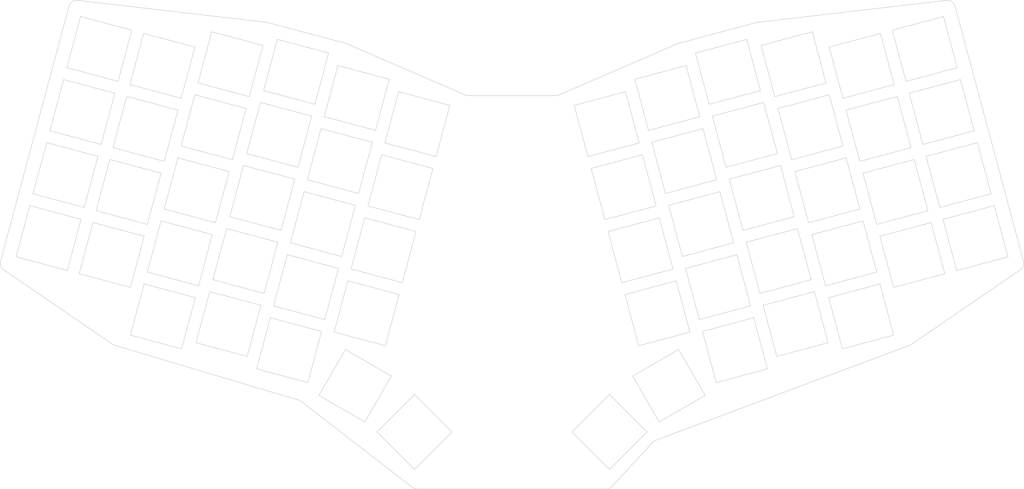
<source format=kicad_pcb>


(kicad_pcb (version 20171130) (host pcbnew 5.1.6)

  (page A3)
  (title_block
    (title "plate")
    (rev "v1.0.0")
    (company "Unknown")
  )

  (general
    (thickness 1.6)
  )

  (layers
    (0 F.Cu signal)
    (31 B.Cu signal)
    (32 B.Adhes user)
    (33 F.Adhes user)
    (34 B.Paste user)
    (35 F.Paste user)
    (36 B.SilkS user)
    (37 F.SilkS user)
    (38 B.Mask user)
    (39 F.Mask user)
    (40 Dwgs.User user)
    (41 Cmts.User user)
    (42 Eco1.User user)
    (43 Eco2.User user)
    (44 Edge.Cuts user)
    (45 Margin user)
    (46 B.CrtYd user)
    (47 F.CrtYd user)
    (48 B.Fab user)
    (49 F.Fab user)
  )

  (setup
    (last_trace_width 0.25)
    (trace_clearance 0.2)
    (zone_clearance 0.508)
    (zone_45_only no)
    (trace_min 0.2)
    (via_size 0.8)
    (via_drill 0.4)
    (via_min_size 0.4)
    (via_min_drill 0.3)
    (uvia_size 0.3)
    (uvia_drill 0.1)
    (uvias_allowed no)
    (uvia_min_size 0.2)
    (uvia_min_drill 0.1)
    (edge_width 0.05)
    (segment_width 0.2)
    (pcb_text_width 0.3)
    (pcb_text_size 1.5 1.5)
    (mod_edge_width 0.12)
    (mod_text_size 1 1)
    (mod_text_width 0.15)
    (pad_size 1.524 1.524)
    (pad_drill 0.762)
    (pad_to_mask_clearance 0.05)
    (aux_axis_origin 0 0)
    (visible_elements FFFFFF7F)
    (pcbplotparams
      (layerselection 0x010fc_ffffffff)
      (usegerberextensions false)
      (usegerberattributes true)
      (usegerberadvancedattributes true)
      (creategerberjobfile true)
      (excludeedgelayer true)
      (linewidth 0.100000)
      (plotframeref false)
      (viasonmask false)
      (mode 1)
      (useauxorigin false)
      (hpglpennumber 1)
      (hpglpenspeed 20)
      (hpglpendiameter 15.000000)
      (psnegative false)
      (psa4output false)
      (plotreference true)
      (plotvalue true)
      (plotinvisibletext false)
      (padsonsilk false)
      (subtractmaskfromsilk false)
      (outputformat 1)
      (mirror false)
      (drillshape 1)
      (scaleselection 1)
      (outputdirectory ""))
  )

  (net 0 "")

  (net_class Default "This is the default net class."
    (clearance 0.2)
    (trace_width 0.25)
    (via_dia 0.8)
    (via_drill 0.4)
    (uvia_dia 0.3)
    (uvia_drill 0.1)
    (add_net "")
  )

  
  (gr_line (start 82.60157869229614 44.13127317216468) (end 131.94381883271433 49.870138835390144) (angle 90) (layer Edge.Cuts) (width 0.15))
(gr_line (start 80.43866978547038 45.600243441800615) (end 62.61701753821206 112.11155518374315) (angle 90) (layer Edge.Cuts) (width 0.15))
(gr_line (start 63.41778240987194 114.27863028345793) (end 91.72771355171821 133.69191398894148) (angle 90) (layer Edge.Cuts) (width 0.15))
(gr_line (start 92.28704117096476 133.9590080127527) (end 140.17499252700156 148.24543194966498) (angle 90) (layer Edge.Cuts) (width 0.15))
(gr_line (start 140.82730045120513 148.58029950403372) (end 169.7646247500306 170.97522103745854) (angle 90) (layer Edge.Cuts) (width 0.15))
(gr_line (start 170.98869190162904 171.39355750000001) (end 220.20410052656018 171.39355750000001) (angle 90) (layer Edge.Cuts) (width 0.15))
(gr_line (start 221.67315302276378 170.75071800410936) (end 232.34294324449235 159.20124991655535) (angle 90) (layer Edge.Cuts) (width 0.15))
(gr_line (start 233.1107813406959 158.68536522066475) (end 299.1694383745953 133.95490068576825) (angle 90) (layer Edge.Cuts) (width 0.15))
(gr_line (start 299.5993108212367 133.73129255378427) (end 327.96666678950385 114.27863028388597) (angle 90) (layer Edge.Cuts) (width 0.15))
(gr_line (start 310.945779412405 45.60024344204794) (end 328.76743166116364 112.11155518417127) (angle 90) (layer Edge.Cuts) (width 0.15))
(gr_line (start 259.44063036728556 49.870138835390165) (end 308.7828705055791 44.1312731724118) (angle 90) (layer Edge.Cuts) (width 0.15))
(gr_line (start 259.1540495241113 49.92489541842359) (end 239.15218313159664 55.284379332674916) (angle 90) (layer Edge.Cuts) (width 0.15))
(gr_line (start 238.8766183268877 55.38024916670548) (end 207.84315560612302 68.78769588427072) (angle 90) (layer Edge.Cuts) (width 0.15))
(gr_line (start 207.04995276971542 68.951714) (end 184.33449643028462 68.951714) (angle 90) (layer Edge.Cuts) (width 0.15))
(gr_line (start 183.54129359387696 68.78769588427072) (end 152.50783087311223 55.38024916670547) (angle 90) (layer Edge.Cuts) (width 0.15))
(gr_line (start 152.23226606840325 55.284379332674895) (end 132.23039967588852 49.92489541842355) (angle 90) (layer Edge.Cuts) (width 0.15))
(gr_arc (start 82.37052150377164 46.11788147349937) (end 82.60157870377164 44.131273173499366) (angle -81.6341166193299) (layer Edge.Cuts) (width 0.15))
(gr_arc (start 64.54886925651333 112.62919321544189) (end 62.617017556513325 112.11155521544188) (angle -70.55996225777147) (layer Edge.Cuts) (width 0.15))
(gr_arc (start 92.85880039835962 132.04247692092542) (end 91.72771359835961 133.69191392092543) (angle -17.82860122990374) (layer Edge.Cuts) (width 0.15))
(gr_arc (start 139.60323329960673 150.16196304149224) (end 140.82730049960674 148.58029954149225) (angle -21.125255368721035) (layer Edge.Cuts) (width 0.15))
(gr_arc (start 170.98869190162904 169.39355750000001) (end 169.76462470162903 170.975221) (angle -37.736689774762965) (layer Edge.Cuts) (width 0.15))
(gr_arc (start 220.20410052656018 169.39355750000001) (end 220.20410052656018 171.39355750000001) (angle -47.26720083999942) (layer Edge.Cuts) (width 0.15))
(gr_arc (start 233.81199574069595 160.55841042066476) (end 233.11078134069595 158.68536522066475) (angle -26.742742052706802) (layer Edge.Cuts) (width 0.15))
(gr_arc (start 298.4682239745953 132.08185548576824) (end 299.1694383745953 133.95490068576825) (angle -13.915576848656258) (layer Edge.Cuts) (width 0.15))
(gr_arc (start 326.83557994286235 112.62919321586992) (end 327.96666674286234 114.27863021586992) (angle -70.55996225776667) (layer Edge.Cuts) (width 0.15))
(gr_arc (start 309.0139276941037 46.11788147374659) (end 310.9457793941037 45.600243473746595) (angle -81.63411661933453) (layer Edge.Cuts) (width 0.15))
(gr_arc (start 259.6716875558101 51.85674713672485) (end 259.4406303558101 49.87013883672485) (angle -8.365883380670084) (layer Edge.Cuts) (width 0.15))
(gr_arc (start 239.66982116329535 57.216231050976205) (end 239.15218316329535 55.2843793509762) (angle -8.365889333596826) (layer Edge.Cuts) (width 0.15))
(gr_arc (start 207.04995276971542 66.951714) (end 207.04995276971542 68.951714) (angle -23.36588722731142) (layer Edge.Cuts) (width 0.15))
(gr_arc (start 184.33449643028462 66.951714) (end 183.54129363028463 68.7876958) (angle -23.365887227312896) (layer Edge.Cuts) (width 0.15))
(gr_arc (start 151.71462803670457 57.21623105097618) (end 152.50783083670456 55.38024925097618) (angle -8.365889333597721) (layer Edge.Cuts) (width 0.15))
(gr_arc (start 131.7127616441898 51.85674713672483) (end 132.23039964418982 49.924895436724825) (angle -8.365883380668407) (layer Edge.Cuts) (width 0.15))
(gr_line (start 66.6598623 110.93278490000002) (end 79.9896387 114.50448770000001) (angle 90) (layer Edge.Cuts) (width 0.15))
(gr_line (start 79.9896387 114.50448770000001) (end 83.5613415 101.17471130000001) (angle 90) (layer Edge.Cuts) (width 0.15))
(gr_line (start 83.5613415 101.17471130000001) (end 70.2315651 97.60300850000002) (angle 90) (layer Edge.Cuts) (width 0.15))
(gr_line (start 70.2315651 97.60300850000002) (end 66.6598623 110.93278490000002) (angle 90) (layer Edge.Cuts) (width 0.15))
(gr_line (start 71.0597861 94.51204580000001) (end 84.3895625 98.0837486) (angle 90) (layer Edge.Cuts) (width 0.15))
(gr_line (start 84.3895625 98.0837486) (end 87.9612653 84.7539722) (angle 90) (layer Edge.Cuts) (width 0.15))
(gr_line (start 87.9612653 84.7539722) (end 74.6314889 81.18226940000001) (angle 90) (layer Edge.Cuts) (width 0.15))
(gr_line (start 74.6314889 81.18226940000001) (end 71.0597861 94.51204580000001) (angle 90) (layer Edge.Cuts) (width 0.15))
(gr_line (start 75.4597098 78.09130680000001) (end 88.7894862 81.66300960000001) (angle 90) (layer Edge.Cuts) (width 0.15))
(gr_line (start 88.7894862 81.66300960000001) (end 92.361189 68.33323320000001) (angle 90) (layer Edge.Cuts) (width 0.15))
(gr_line (start 92.361189 68.33323320000001) (end 79.0314126 64.76153040000001) (angle 90) (layer Edge.Cuts) (width 0.15))
(gr_line (start 79.0314126 64.76153040000001) (end 75.4597098 78.09130680000001) (angle 90) (layer Edge.Cuts) (width 0.15))
(gr_line (start 79.8596336 61.6705678) (end 93.18941 65.2422706) (angle 90) (layer Edge.Cuts) (width 0.15))
(gr_line (start 93.18941 65.2422706) (end 96.76111279999999 51.9124942) (angle 90) (layer Edge.Cuts) (width 0.15))
(gr_line (start 96.76111279999999 51.9124942) (end 83.43133639999999 48.3407914) (angle 90) (layer Edge.Cuts) (width 0.15))
(gr_line (start 83.43133639999999 48.3407914) (end 79.8596336 61.6705678) (angle 90) (layer Edge.Cuts) (width 0.15))
(gr_line (start 83.0806013 115.33270870000001) (end 96.4103777 118.90441150000001) (angle 90) (layer Edge.Cuts) (width 0.15))
(gr_line (start 96.4103777 118.90441150000001) (end 99.9820805 105.57463510000001) (angle 90) (layer Edge.Cuts) (width 0.15))
(gr_line (start 99.9820805 105.57463510000001) (end 86.6523041 102.00293230000001) (angle 90) (layer Edge.Cuts) (width 0.15))
(gr_line (start 86.6523041 102.00293230000001) (end 83.0806013 115.33270870000001) (angle 90) (layer Edge.Cuts) (width 0.15))
(gr_line (start 87.4805251 98.9119696) (end 100.8103015 102.4836724) (angle 90) (layer Edge.Cuts) (width 0.15))
(gr_line (start 100.8103015 102.4836724) (end 104.38200429999999 89.153896) (angle 90) (layer Edge.Cuts) (width 0.15))
(gr_line (start 104.38200429999999 89.153896) (end 91.05222789999999 85.5821932) (angle 90) (layer Edge.Cuts) (width 0.15))
(gr_line (start 91.05222789999999 85.5821932) (end 87.4805251 98.9119696) (angle 90) (layer Edge.Cuts) (width 0.15))
(gr_line (start 91.88044889999999 82.49123060000001) (end 105.21022529999999 86.0629334) (angle 90) (layer Edge.Cuts) (width 0.15))
(gr_line (start 105.21022529999999 86.0629334) (end 108.78192809999999 72.733157) (angle 90) (layer Edge.Cuts) (width 0.15))
(gr_line (start 108.78192809999999 72.733157) (end 95.45215169999999 69.16145420000001) (angle 90) (layer Edge.Cuts) (width 0.15))
(gr_line (start 95.45215169999999 69.16145420000001) (end 91.88044889999999 82.49123060000001) (angle 90) (layer Edge.Cuts) (width 0.15))
(gr_line (start 96.28037259999999 66.0704915) (end 109.61014899999999 69.6421943) (angle 90) (layer Edge.Cuts) (width 0.15))
(gr_line (start 109.61014899999999 69.6421943) (end 113.18185179999999 56.3124179) (angle 90) (layer Edge.Cuts) (width 0.15))
(gr_line (start 113.18185179999999 56.3124179) (end 99.85207539999999 52.7407151) (angle 90) (layer Edge.Cuts) (width 0.15))
(gr_line (start 99.85207539999999 52.7407151) (end 96.28037259999999 66.0704915) (angle 90) (layer Edge.Cuts) (width 0.15))
(gr_line (start 96.3955118 131.3237423) (end 109.7252882 134.89544510000002) (angle 90) (layer Edge.Cuts) (width 0.15))
(gr_line (start 109.7252882 134.89544510000002) (end 113.29699099999999 121.5656687) (angle 90) (layer Edge.Cuts) (width 0.15))
(gr_line (start 113.29699099999999 121.5656687) (end 99.96721459999999 117.9939659) (angle 90) (layer Edge.Cuts) (width 0.15))
(gr_line (start 99.96721459999999 117.9939659) (end 96.3955118 131.3237423) (angle 90) (layer Edge.Cuts) (width 0.15))
(gr_line (start 100.79543559999999 114.90300330000001) (end 114.12521199999999 118.4747061) (angle 90) (layer Edge.Cuts) (width 0.15))
(gr_line (start 114.12521199999999 118.4747061) (end 117.69691479999999 105.1449297) (angle 90) (layer Edge.Cuts) (width 0.15))
(gr_line (start 117.69691479999999 105.1449297) (end 104.36713839999999 101.57322690000001) (angle 90) (layer Edge.Cuts) (width 0.15))
(gr_line (start 104.36713839999999 101.57322690000001) (end 100.79543559999999 114.90300330000001) (angle 90) (layer Edge.Cuts) (width 0.15))
(gr_line (start 105.1953594 98.4822642) (end 118.5251358 102.053967) (angle 90) (layer Edge.Cuts) (width 0.15))
(gr_line (start 118.5251358 102.053967) (end 122.0968386 88.7241906) (angle 90) (layer Edge.Cuts) (width 0.15))
(gr_line (start 122.0968386 88.7241906) (end 108.7670622 85.1524878) (angle 90) (layer Edge.Cuts) (width 0.15))
(gr_line (start 108.7670622 85.1524878) (end 105.1953594 98.4822642) (angle 90) (layer Edge.Cuts) (width 0.15))
(gr_line (start 109.59528309999999 82.0615252) (end 122.92505949999999 85.633228) (angle 90) (layer Edge.Cuts) (width 0.15))
(gr_line (start 122.92505949999999 85.633228) (end 126.49676229999999 72.3034516) (angle 90) (layer Edge.Cuts) (width 0.15))
(gr_line (start 126.49676229999999 72.3034516) (end 113.16698589999999 68.7317488) (angle 90) (layer Edge.Cuts) (width 0.15))
(gr_line (start 113.16698589999999 68.7317488) (end 109.59528309999999 82.0615252) (angle 90) (layer Edge.Cuts) (width 0.15))
(gr_line (start 113.9952069 65.64078620000001) (end 127.3249833 69.212489) (angle 90) (layer Edge.Cuts) (width 0.15))
(gr_line (start 127.3249833 69.212489) (end 130.8966861 55.882712600000005) (angle 90) (layer Edge.Cuts) (width 0.15))
(gr_line (start 130.8966861 55.882712600000005) (end 117.5669097 52.31100980000001) (angle 90) (layer Edge.Cuts) (width 0.15))
(gr_line (start 117.5669097 52.31100980000001) (end 113.9952069 65.64078620000001) (angle 90) (layer Edge.Cuts) (width 0.15))
(gr_line (start 113.4632985 133.3088515) (end 126.7930749 136.88055430000003) (angle 90) (layer Edge.Cuts) (width 0.15))
(gr_line (start 126.7930749 136.88055430000003) (end 130.3647777 123.55077790000001) (angle 90) (layer Edge.Cuts) (width 0.15))
(gr_line (start 130.3647777 123.55077790000001) (end 117.03500129999999 119.97907510000002) (angle 90) (layer Edge.Cuts) (width 0.15))
(gr_line (start 117.03500129999999 119.97907510000002) (end 113.4632985 133.3088515) (angle 90) (layer Edge.Cuts) (width 0.15))
(gr_line (start 117.86322229999999 116.8881125) (end 131.19299869999998 120.4598153) (angle 90) (layer Edge.Cuts) (width 0.15))
(gr_line (start 131.19299869999998 120.4598153) (end 134.7647015 107.1300389) (angle 90) (layer Edge.Cuts) (width 0.15))
(gr_line (start 134.7647015 107.1300389) (end 121.43492509999999 103.5583361) (angle 90) (layer Edge.Cuts) (width 0.15))
(gr_line (start 121.43492509999999 103.5583361) (end 117.86322229999999 116.8881125) (angle 90) (layer Edge.Cuts) (width 0.15))
(gr_line (start 122.26314599999999 100.46737340000001) (end 135.5929224 104.03907620000001) (angle 90) (layer Edge.Cuts) (width 0.15))
(gr_line (start 135.5929224 104.03907620000001) (end 139.1646252 90.70929980000001) (angle 90) (layer Edge.Cuts) (width 0.15))
(gr_line (start 139.1646252 90.70929980000001) (end 125.83484879999999 87.13759700000001) (angle 90) (layer Edge.Cuts) (width 0.15))
(gr_line (start 125.83484879999999 87.13759700000001) (end 122.26314599999999 100.46737340000001) (angle 90) (layer Edge.Cuts) (width 0.15))
(gr_line (start 126.6630698 84.0466344) (end 139.9928462 87.6183372) (angle 90) (layer Edge.Cuts) (width 0.15))
(gr_line (start 139.9928462 87.6183372) (end 143.564549 74.2885608) (angle 90) (layer Edge.Cuts) (width 0.15))
(gr_line (start 143.564549 74.2885608) (end 130.2347726 70.716858) (angle 90) (layer Edge.Cuts) (width 0.15))
(gr_line (start 130.2347726 70.716858) (end 126.6630698 84.0466344) (angle 90) (layer Edge.Cuts) (width 0.15))
(gr_line (start 131.06299359999997 67.6258954) (end 144.39276999999998 71.1975982) (angle 90) (layer Edge.Cuts) (width 0.15))
(gr_line (start 144.39276999999998 71.1975982) (end 147.96447279999998 57.8678218) (angle 90) (layer Edge.Cuts) (width 0.15))
(gr_line (start 147.96447279999998 57.8678218) (end 134.6346964 54.296119000000004) (angle 90) (layer Edge.Cuts) (width 0.15))
(gr_line (start 134.6346964 54.296119000000004) (end 131.06299359999997 67.6258954) (angle 90) (layer Edge.Cuts) (width 0.15))
(gr_line (start 129.23698989999997 140.12358989999998) (end 142.56676629999998 143.69529269999998) (angle 90) (layer Edge.Cuts) (width 0.15))
(gr_line (start 142.56676629999998 143.69529269999998) (end 146.13846909999998 130.3655163) (angle 90) (layer Edge.Cuts) (width 0.15))
(gr_line (start 146.13846909999998 130.3655163) (end 132.8086927 126.7938135) (angle 90) (layer Edge.Cuts) (width 0.15))
(gr_line (start 132.8086927 126.7938135) (end 129.23698989999997 140.12358989999998) (angle 90) (layer Edge.Cuts) (width 0.15))
(gr_line (start 133.63691369999998 123.70285080000001) (end 146.9666901 127.2745536) (angle 90) (layer Edge.Cuts) (width 0.15))
(gr_line (start 146.9666901 127.2745536) (end 150.5383929 113.9447772) (angle 90) (layer Edge.Cuts) (width 0.15))
(gr_line (start 150.5383929 113.9447772) (end 137.2086165 110.37307440000001) (angle 90) (layer Edge.Cuts) (width 0.15))
(gr_line (start 137.2086165 110.37307440000001) (end 133.63691369999998 123.70285080000001) (angle 90) (layer Edge.Cuts) (width 0.15))
(gr_line (start 138.0368375 107.28211180000001) (end 151.3666139 110.8538146) (angle 90) (layer Edge.Cuts) (width 0.15))
(gr_line (start 151.3666139 110.8538146) (end 154.9383167 97.5240382) (angle 90) (layer Edge.Cuts) (width 0.15))
(gr_line (start 154.9383167 97.5240382) (end 141.60854030000002 93.95233540000001) (angle 90) (layer Edge.Cuts) (width 0.15))
(gr_line (start 141.60854030000002 93.95233540000001) (end 138.0368375 107.28211180000001) (angle 90) (layer Edge.Cuts) (width 0.15))
(gr_line (start 142.43676119999998 90.8613727) (end 155.7665376 94.4330755) (angle 90) (layer Edge.Cuts) (width 0.15))
(gr_line (start 155.7665376 94.4330755) (end 159.3382404 81.1032991) (angle 90) (layer Edge.Cuts) (width 0.15))
(gr_line (start 159.3382404 81.1032991) (end 146.008464 77.5315963) (angle 90) (layer Edge.Cuts) (width 0.15))
(gr_line (start 146.008464 77.5315963) (end 142.43676119999998 90.8613727) (angle 90) (layer Edge.Cuts) (width 0.15))
(gr_line (start 146.836685 74.4406337) (end 160.1664614 78.0123365) (angle 90) (layer Edge.Cuts) (width 0.15))
(gr_line (start 160.1664614 78.0123365) (end 163.7381642 64.6825601) (angle 90) (layer Edge.Cuts) (width 0.15))
(gr_line (start 163.7381642 64.6825601) (end 150.4083878 61.110857300000006) (angle 90) (layer Edge.Cuts) (width 0.15))
(gr_line (start 150.4083878 61.110857300000006) (end 146.836685 74.4406337) (angle 90) (layer Edge.Cuts) (width 0.15))
(gr_line (start 149.4106051 130.51758919999997) (end 162.74038149999998 134.089292) (angle 90) (layer Edge.Cuts) (width 0.15))
(gr_line (start 162.74038149999998 134.089292) (end 166.31208429999998 120.75951559999999) (angle 90) (layer Edge.Cuts) (width 0.15))
(gr_line (start 166.31208429999998 120.75951559999999) (end 152.9823079 117.18781279999999) (angle 90) (layer Edge.Cuts) (width 0.15))
(gr_line (start 152.9823079 117.18781279999999) (end 149.4106051 130.51758919999997) (angle 90) (layer Edge.Cuts) (width 0.15))
(gr_line (start 153.8105289 114.09685010000001) (end 167.1403053 117.66855290000001) (angle 90) (layer Edge.Cuts) (width 0.15))
(gr_line (start 167.1403053 117.66855290000001) (end 170.7120081 104.33877650000001) (angle 90) (layer Edge.Cuts) (width 0.15))
(gr_line (start 170.7120081 104.33877650000001) (end 157.3822317 100.76707370000001) (angle 90) (layer Edge.Cuts) (width 0.15))
(gr_line (start 157.3822317 100.76707370000001) (end 153.8105289 114.09685010000001) (angle 90) (layer Edge.Cuts) (width 0.15))
(gr_line (start 158.21045270000002 97.67611110000001) (end 171.5402291 101.24781390000001) (angle 90) (layer Edge.Cuts) (width 0.15))
(gr_line (start 171.5402291 101.24781390000001) (end 175.1119319 87.91803750000001) (angle 90) (layer Edge.Cuts) (width 0.15))
(gr_line (start 175.1119319 87.91803750000001) (end 161.78215550000002 84.34633470000001) (angle 90) (layer Edge.Cuts) (width 0.15))
(gr_line (start 161.78215550000002 84.34633470000001) (end 158.21045270000002 97.67611110000001) (angle 90) (layer Edge.Cuts) (width 0.15))
(gr_line (start 162.6103764 81.25537200000001) (end 175.9401528 84.8270748) (angle 90) (layer Edge.Cuts) (width 0.15))
(gr_line (start 175.9401528 84.8270748) (end 179.5118556 71.4972984) (angle 90) (layer Edge.Cuts) (width 0.15))
(gr_line (start 179.5118556 71.4972984) (end 166.1820792 67.92559560000001) (angle 90) (layer Edge.Cuts) (width 0.15))
(gr_line (start 166.1820792 67.92559560000001) (end 162.6103764 81.25537200000001) (angle 90) (layer Edge.Cuts) (width 0.15))
(gr_line (start 145.4500592 147.0343564) (end 157.40120979999998 153.9343564) (angle 90) (layer Edge.Cuts) (width 0.15))
(gr_line (start 157.40120979999998 153.9343564) (end 164.30120979999998 141.9832058) (angle 90) (layer Edge.Cuts) (width 0.15))
(gr_line (start 164.30120979999998 141.9832058) (end 152.35005919999998 135.0832058) (angle 90) (layer Edge.Cuts) (width 0.15))
(gr_line (start 152.35005919999998 135.0832058) (end 145.4500592 147.0343564) (angle 90) (layer Edge.Cuts) (width 0.15))
(gr_line (start 160.54709949999997 156.5443151) (end 170.3051731 166.30238870000002) (angle 90) (layer Edge.Cuts) (width 0.15))
(gr_line (start 170.3051731 166.30238870000002) (end 180.06324669999998 156.5443151) (angle 90) (layer Edge.Cuts) (width 0.15))
(gr_line (start 180.06324669999998 156.5443151) (end 170.3051731 146.78624150000002) (angle 90) (layer Edge.Cuts) (width 0.15))
(gr_line (start 170.3051731 146.78624150000002) (end 160.54709949999997 156.5443151) (angle 90) (layer Edge.Cuts) (width 0.15))
(gr_line (start 311.3948105 114.50448770000001) (end 324.7245869 110.93278490000002) (angle 90) (layer Edge.Cuts) (width 0.15))
(gr_line (start 324.7245869 110.93278490000002) (end 321.15288410000005 97.60300850000002) (angle 90) (layer Edge.Cuts) (width 0.15))
(gr_line (start 321.15288410000005 97.60300850000002) (end 307.82310770000004 101.17471130000001) (angle 90) (layer Edge.Cuts) (width 0.15))
(gr_line (start 307.82310770000004 101.17471130000001) (end 311.3948105 114.50448770000001) (angle 90) (layer Edge.Cuts) (width 0.15))
(gr_line (start 306.9948867 98.0837486) (end 320.3246631 94.51204580000001) (angle 90) (layer Edge.Cuts) (width 0.15))
(gr_line (start 320.3246631 94.51204580000001) (end 316.75296030000004 81.18226940000001) (angle 90) (layer Edge.Cuts) (width 0.15))
(gr_line (start 316.75296030000004 81.18226940000001) (end 303.4231839 84.7539722) (angle 90) (layer Edge.Cuts) (width 0.15))
(gr_line (start 303.4231839 84.7539722) (end 306.9948867 98.0837486) (angle 90) (layer Edge.Cuts) (width 0.15))
(gr_line (start 302.594963 81.66300960000001) (end 315.9247394 78.09130680000001) (angle 90) (layer Edge.Cuts) (width 0.15))
(gr_line (start 315.9247394 78.09130680000001) (end 312.3530366 64.76153040000001) (angle 90) (layer Edge.Cuts) (width 0.15))
(gr_line (start 312.3530366 64.76153040000001) (end 299.02326020000004 68.33323320000001) (angle 90) (layer Edge.Cuts) (width 0.15))
(gr_line (start 299.02326020000004 68.33323320000001) (end 302.594963 81.66300960000001) (angle 90) (layer Edge.Cuts) (width 0.15))
(gr_line (start 298.1950392 65.2422706) (end 311.5248156 61.6705678) (angle 90) (layer Edge.Cuts) (width 0.15))
(gr_line (start 311.5248156 61.6705678) (end 307.9531128 48.3407914) (angle 90) (layer Edge.Cuts) (width 0.15))
(gr_line (start 307.9531128 48.3407914) (end 294.6233364 51.9124942) (angle 90) (layer Edge.Cuts) (width 0.15))
(gr_line (start 294.6233364 51.9124942) (end 298.1950392 65.2422706) (angle 90) (layer Edge.Cuts) (width 0.15))
(gr_line (start 294.97407150000004 118.90441150000001) (end 308.30384790000005 115.33270870000001) (angle 90) (layer Edge.Cuts) (width 0.15))
(gr_line (start 308.30384790000005 115.33270870000001) (end 304.7321451 102.00293230000001) (angle 90) (layer Edge.Cuts) (width 0.15))
(gr_line (start 304.7321451 102.00293230000001) (end 291.40236870000007 105.57463510000001) (angle 90) (layer Edge.Cuts) (width 0.15))
(gr_line (start 291.40236870000007 105.57463510000001) (end 294.97407150000004 118.90441150000001) (angle 90) (layer Edge.Cuts) (width 0.15))
(gr_line (start 290.5741477 102.4836724) (end 303.90392410000004 98.9119696) (angle 90) (layer Edge.Cuts) (width 0.15))
(gr_line (start 303.90392410000004 98.9119696) (end 300.3322213 85.5821932) (angle 90) (layer Edge.Cuts) (width 0.15))
(gr_line (start 300.3322213 85.5821932) (end 287.00244490000006 89.153896) (angle 90) (layer Edge.Cuts) (width 0.15))
(gr_line (start 287.00244490000006 89.153896) (end 290.5741477 102.4836724) (angle 90) (layer Edge.Cuts) (width 0.15))
(gr_line (start 286.1742239 86.0629334) (end 299.50400030000003 82.49123060000001) (angle 90) (layer Edge.Cuts) (width 0.15))
(gr_line (start 299.50400030000003 82.49123060000001) (end 295.9322975 69.16145420000001) (angle 90) (layer Edge.Cuts) (width 0.15))
(gr_line (start 295.9322975 69.16145420000001) (end 282.60252110000005 72.733157) (angle 90) (layer Edge.Cuts) (width 0.15))
(gr_line (start 282.60252110000005 72.733157) (end 286.1742239 86.0629334) (angle 90) (layer Edge.Cuts) (width 0.15))
(gr_line (start 281.7743002 69.6421943) (end 295.10407660000004 66.0704915) (angle 90) (layer Edge.Cuts) (width 0.15))
(gr_line (start 295.10407660000004 66.0704915) (end 291.5323738000001 52.7407151) (angle 90) (layer Edge.Cuts) (width 0.15))
(gr_line (start 291.5323738000001 52.7407151) (end 278.20259740000006 56.3124179) (angle 90) (layer Edge.Cuts) (width 0.15))
(gr_line (start 278.20259740000006 56.3124179) (end 281.7743002 69.6421943) (angle 90) (layer Edge.Cuts) (width 0.15))
(gr_line (start 281.65916100000004 134.89544510000002) (end 294.98893740000005 131.3237423) (angle 90) (layer Edge.Cuts) (width 0.15))
(gr_line (start 294.98893740000005 131.3237423) (end 291.41723460000003 117.9939659) (angle 90) (layer Edge.Cuts) (width 0.15))
(gr_line (start 291.41723460000003 117.9939659) (end 278.08745820000007 121.5656687) (angle 90) (layer Edge.Cuts) (width 0.15))
(gr_line (start 278.08745820000007 121.5656687) (end 281.65916100000004 134.89544510000002) (angle 90) (layer Edge.Cuts) (width 0.15))
(gr_line (start 277.25923720000003 118.4747061) (end 290.58901360000004 114.90300330000001) (angle 90) (layer Edge.Cuts) (width 0.15))
(gr_line (start 290.58901360000004 114.90300330000001) (end 287.0173108 101.57322690000001) (angle 90) (layer Edge.Cuts) (width 0.15))
(gr_line (start 287.0173108 101.57322690000001) (end 273.68753440000006 105.1449297) (angle 90) (layer Edge.Cuts) (width 0.15))
(gr_line (start 273.68753440000006 105.1449297) (end 277.25923720000003 118.4747061) (angle 90) (layer Edge.Cuts) (width 0.15))
(gr_line (start 272.8593134 102.053967) (end 286.18908980000003 98.4822642) (angle 90) (layer Edge.Cuts) (width 0.15))
(gr_line (start 286.18908980000003 98.4822642) (end 282.617387 85.1524878) (angle 90) (layer Edge.Cuts) (width 0.15))
(gr_line (start 282.617387 85.1524878) (end 269.28761060000005 88.7241906) (angle 90) (layer Edge.Cuts) (width 0.15))
(gr_line (start 269.28761060000005 88.7241906) (end 272.8593134 102.053967) (angle 90) (layer Edge.Cuts) (width 0.15))
(gr_line (start 268.45938970000003 85.633228) (end 281.78916610000005 82.0615252) (angle 90) (layer Edge.Cuts) (width 0.15))
(gr_line (start 281.78916610000005 82.0615252) (end 278.2174633000001 68.7317488) (angle 90) (layer Edge.Cuts) (width 0.15))
(gr_line (start 278.2174633000001 68.7317488) (end 264.88768690000006 72.3034516) (angle 90) (layer Edge.Cuts) (width 0.15))
(gr_line (start 264.88768690000006 72.3034516) (end 268.45938970000003 85.633228) (angle 90) (layer Edge.Cuts) (width 0.15))
(gr_line (start 264.0594659 69.212489) (end 277.38924230000003 65.64078620000001) (angle 90) (layer Edge.Cuts) (width 0.15))
(gr_line (start 277.38924230000003 65.64078620000001) (end 273.81753950000007 52.31100980000001) (angle 90) (layer Edge.Cuts) (width 0.15))
(gr_line (start 273.81753950000007 52.31100980000001) (end 260.48776310000005 55.882712600000005) (angle 90) (layer Edge.Cuts) (width 0.15))
(gr_line (start 260.48776310000005 55.882712600000005) (end 264.0594659 69.212489) (angle 90) (layer Edge.Cuts) (width 0.15))
(gr_line (start 264.5913743 136.88055430000003) (end 277.9211507 133.3088515) (angle 90) (layer Edge.Cuts) (width 0.15))
(gr_line (start 277.9211507 133.3088515) (end 274.3494479 119.97907510000002) (angle 90) (layer Edge.Cuts) (width 0.15))
(gr_line (start 274.3494479 119.97907510000002) (end 261.0196715 123.55077790000001) (angle 90) (layer Edge.Cuts) (width 0.15))
(gr_line (start 261.0196715 123.55077790000001) (end 264.5913743 136.88055430000003) (angle 90) (layer Edge.Cuts) (width 0.15))
(gr_line (start 260.19145050000003 120.4598153) (end 273.52122690000004 116.8881125) (angle 90) (layer Edge.Cuts) (width 0.15))
(gr_line (start 273.52122690000004 116.8881125) (end 269.9495241000001 103.5583361) (angle 90) (layer Edge.Cuts) (width 0.15))
(gr_line (start 269.9495241000001 103.5583361) (end 256.61974770000006 107.1300389) (angle 90) (layer Edge.Cuts) (width 0.15))
(gr_line (start 256.61974770000006 107.1300389) (end 260.19145050000003 120.4598153) (angle 90) (layer Edge.Cuts) (width 0.15))
(gr_line (start 255.79152680000004 104.03907620000001) (end 269.12130320000006 100.46737340000001) (angle 90) (layer Edge.Cuts) (width 0.15))
(gr_line (start 269.12130320000006 100.46737340000001) (end 265.54960040000003 87.13759700000001) (angle 90) (layer Edge.Cuts) (width 0.15))
(gr_line (start 265.54960040000003 87.13759700000001) (end 252.21982400000002 90.70929980000001) (angle 90) (layer Edge.Cuts) (width 0.15))
(gr_line (start 252.21982400000002 90.70929980000001) (end 255.79152680000004 104.03907620000001) (angle 90) (layer Edge.Cuts) (width 0.15))
(gr_line (start 251.39160300000003 87.6183372) (end 264.72137940000005 84.0466344) (angle 90) (layer Edge.Cuts) (width 0.15))
(gr_line (start 264.72137940000005 84.0466344) (end 261.1496766 70.716858) (angle 90) (layer Edge.Cuts) (width 0.15))
(gr_line (start 261.1496766 70.716858) (end 247.8199002 74.2885608) (angle 90) (layer Edge.Cuts) (width 0.15))
(gr_line (start 247.8199002 74.2885608) (end 251.39160300000003 87.6183372) (angle 90) (layer Edge.Cuts) (width 0.15))
(gr_line (start 246.99167920000002 71.1975982) (end 260.32145560000004 67.6258954) (angle 90) (layer Edge.Cuts) (width 0.15))
(gr_line (start 260.32145560000004 67.6258954) (end 256.7497528 54.296119000000004) (angle 90) (layer Edge.Cuts) (width 0.15))
(gr_line (start 256.7497528 54.296119000000004) (end 243.4199764 57.8678218) (angle 90) (layer Edge.Cuts) (width 0.15))
(gr_line (start 243.4199764 57.8678218) (end 246.99167920000002 71.1975982) (angle 90) (layer Edge.Cuts) (width 0.15))
(gr_line (start 248.81768290000002 143.69529269999998) (end 262.14745930000004 140.12358989999998) (angle 90) (layer Edge.Cuts) (width 0.15))
(gr_line (start 262.14745930000004 140.12358989999998) (end 258.5757565 126.7938135) (angle 90) (layer Edge.Cuts) (width 0.15))
(gr_line (start 258.5757565 126.7938135) (end 245.2459801 130.3655163) (angle 90) (layer Edge.Cuts) (width 0.15))
(gr_line (start 245.2459801 130.3655163) (end 248.81768290000002 143.69529269999998) (angle 90) (layer Edge.Cuts) (width 0.15))
(gr_line (start 244.4177591 127.2745536) (end 257.7475355 123.70285080000001) (angle 90) (layer Edge.Cuts) (width 0.15))
(gr_line (start 257.7475355 123.70285080000001) (end 254.1758327 110.37307440000001) (angle 90) (layer Edge.Cuts) (width 0.15))
(gr_line (start 254.1758327 110.37307440000001) (end 240.8460563 113.9447772) (angle 90) (layer Edge.Cuts) (width 0.15))
(gr_line (start 240.8460563 113.9447772) (end 244.4177591 127.2745536) (angle 90) (layer Edge.Cuts) (width 0.15))
(gr_line (start 240.0178353 110.8538146) (end 253.3476117 107.28211180000001) (angle 90) (layer Edge.Cuts) (width 0.15))
(gr_line (start 253.3476117 107.28211180000001) (end 249.7759089 93.95233540000001) (angle 90) (layer Edge.Cuts) (width 0.15))
(gr_line (start 249.7759089 93.95233540000001) (end 236.44613249999998 97.5240382) (angle 90) (layer Edge.Cuts) (width 0.15))
(gr_line (start 236.44613249999998 97.5240382) (end 240.0178353 110.8538146) (angle 90) (layer Edge.Cuts) (width 0.15))
(gr_line (start 235.6179116 94.4330755) (end 248.947688 90.8613727) (angle 90) (layer Edge.Cuts) (width 0.15))
(gr_line (start 248.947688 90.8613727) (end 245.3759852 77.5315963) (angle 90) (layer Edge.Cuts) (width 0.15))
(gr_line (start 245.3759852 77.5315963) (end 232.0462088 81.1032991) (angle 90) (layer Edge.Cuts) (width 0.15))
(gr_line (start 232.0462088 81.1032991) (end 235.6179116 94.4330755) (angle 90) (layer Edge.Cuts) (width 0.15))
(gr_line (start 231.2179878 78.0123365) (end 244.5477642 74.4406337) (angle 90) (layer Edge.Cuts) (width 0.15))
(gr_line (start 244.5477642 74.4406337) (end 240.9760614 61.110857300000006) (angle 90) (layer Edge.Cuts) (width 0.15))
(gr_line (start 240.9760614 61.110857300000006) (end 227.64628499999998 64.6825601) (angle 90) (layer Edge.Cuts) (width 0.15))
(gr_line (start 227.64628499999998 64.6825601) (end 231.2179878 78.0123365) (angle 90) (layer Edge.Cuts) (width 0.15))
(gr_line (start 228.64406770000002 134.089292) (end 241.9738441 130.51758919999997) (angle 90) (layer Edge.Cuts) (width 0.15))
(gr_line (start 241.9738441 130.51758919999997) (end 238.4021413 117.18781279999999) (angle 90) (layer Edge.Cuts) (width 0.15))
(gr_line (start 238.4021413 117.18781279999999) (end 225.07236490000003 120.75951559999999) (angle 90) (layer Edge.Cuts) (width 0.15))
(gr_line (start 225.07236490000003 120.75951559999999) (end 228.64406770000002 134.089292) (angle 90) (layer Edge.Cuts) (width 0.15))
(gr_line (start 224.2441439 117.66855290000001) (end 237.5739203 114.09685010000001) (angle 90) (layer Edge.Cuts) (width 0.15))
(gr_line (start 237.5739203 114.09685010000001) (end 234.0022175 100.76707370000001) (angle 90) (layer Edge.Cuts) (width 0.15))
(gr_line (start 234.0022175 100.76707370000001) (end 220.67244110000001 104.33877650000001) (angle 90) (layer Edge.Cuts) (width 0.15))
(gr_line (start 220.67244110000001 104.33877650000001) (end 224.2441439 117.66855290000001) (angle 90) (layer Edge.Cuts) (width 0.15))
(gr_line (start 219.8442201 101.24781390000001) (end 233.1739965 97.67611110000001) (angle 90) (layer Edge.Cuts) (width 0.15))
(gr_line (start 233.1739965 97.67611110000001) (end 229.6022937 84.34633470000001) (angle 90) (layer Edge.Cuts) (width 0.15))
(gr_line (start 229.6022937 84.34633470000001) (end 216.2725173 87.91803750000001) (angle 90) (layer Edge.Cuts) (width 0.15))
(gr_line (start 216.2725173 87.91803750000001) (end 219.8442201 101.24781390000001) (angle 90) (layer Edge.Cuts) (width 0.15))
(gr_line (start 215.4442964 84.8270748) (end 228.7740728 81.25537200000001) (angle 90) (layer Edge.Cuts) (width 0.15))
(gr_line (start 228.7740728 81.25537200000001) (end 225.20237 67.92559560000001) (angle 90) (layer Edge.Cuts) (width 0.15))
(gr_line (start 225.20237 67.92559560000001) (end 211.87259360000002 71.4972984) (angle 90) (layer Edge.Cuts) (width 0.15))
(gr_line (start 211.87259360000002 71.4972984) (end 215.4442964 84.8270748) (angle 90) (layer Edge.Cuts) (width 0.15))
(gr_line (start 233.9832394 153.9343564) (end 245.93439 147.0343564) (angle 90) (layer Edge.Cuts) (width 0.15))
(gr_line (start 245.93439 147.0343564) (end 239.03439 135.0832058) (angle 90) (layer Edge.Cuts) (width 0.15))
(gr_line (start 239.03439 135.0832058) (end 227.08323940000002 141.9832058) (angle 90) (layer Edge.Cuts) (width 0.15))
(gr_line (start 227.08323940000002 141.9832058) (end 233.9832394 153.9343564) (angle 90) (layer Edge.Cuts) (width 0.15))
(gr_line (start 221.07927610000002 166.30238870000002) (end 230.8373497 156.5443151) (angle 90) (layer Edge.Cuts) (width 0.15))
(gr_line (start 230.8373497 156.5443151) (end 221.07927610000002 146.78624150000002) (angle 90) (layer Edge.Cuts) (width 0.15))
(gr_line (start 221.07927610000002 146.78624150000002) (end 211.3212025 156.5443151) (angle 90) (layer Edge.Cuts) (width 0.15))
(gr_line (start 211.3212025 156.5443151) (end 221.07927610000002 166.30238870000002) (angle 90) (layer Edge.Cuts) (width 0.15))

)


</source>
